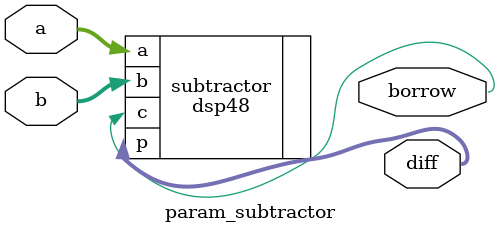
<source format=v>
module param_subtractor #(parameter WIDTH=8) (
    input [WIDTH-1:0] a, b,
    output [WIDTH-1:0] diff,
    output borrow
);
  dsp48  subtractor (
    .a(a),
    .b(b),
    .c(borrow),
    .p(diff)
  );
endmodule
</source>
